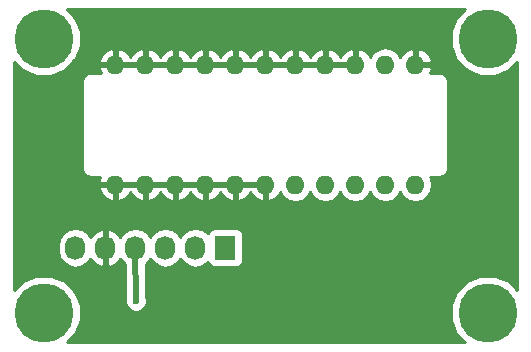
<source format=gbr>
G04 #@! TF.FileFunction,Copper,L2,Bot,Signal*
%FSLAX46Y46*%
G04 Gerber Fmt 4.6, Leading zero omitted, Abs format (unit mm)*
G04 Created by KiCad (PCBNEW 4.0.5+dfsg1-4) date Wed Oct 11 14:54:32 2017*
%MOMM*%
%LPD*%
G01*
G04 APERTURE LIST*
%ADD10C,0.100000*%
%ADD11O,1.600000X1.600000*%
%ADD12R,1.727200X2.032000*%
%ADD13O,1.727200X2.032000*%
%ADD14C,5.000000*%
%ADD15C,0.600000*%
%ADD16C,0.508000*%
%ADD17C,0.254000*%
G04 APERTURE END LIST*
D10*
D11*
X142240000Y-88646000D03*
X139700000Y-88646000D03*
X137160000Y-88646000D03*
X134620000Y-88646000D03*
X132080000Y-88646000D03*
X129540000Y-88646000D03*
X127000000Y-88646000D03*
X124460000Y-88646000D03*
X121920000Y-88646000D03*
X119380000Y-88646000D03*
X116840000Y-88646000D03*
X116840000Y-78486000D03*
X119380000Y-78486000D03*
X121920000Y-78486000D03*
X124460000Y-78486000D03*
X127000000Y-78486000D03*
X129540000Y-78486000D03*
X132080000Y-78486000D03*
X134620000Y-78486000D03*
X137160000Y-78486000D03*
X139700000Y-78486000D03*
X142240000Y-78486000D03*
D12*
X126164880Y-93997760D03*
D13*
X123624880Y-93997760D03*
X121084880Y-93997760D03*
X118544880Y-93997760D03*
X116004880Y-93997760D03*
X113464880Y-93997760D03*
D14*
X110764880Y-76297760D03*
X148364880Y-76297760D03*
X110764880Y-99497760D03*
X148364880Y-99497760D03*
D15*
X140564880Y-100697760D03*
X117564880Y-100797760D03*
X126664880Y-97497760D03*
X136939880Y-100797760D03*
X146164880Y-90947760D03*
X118589880Y-98497760D03*
D16*
X118589880Y-98497760D02*
X118544880Y-93997760D01*
D17*
G36*
X145708706Y-74519607D02*
X145230426Y-75671434D01*
X145229337Y-76918614D01*
X145705607Y-78071275D01*
X146586727Y-78953934D01*
X147738554Y-79432214D01*
X148985734Y-79433303D01*
X150138395Y-78957033D01*
X150854880Y-78241797D01*
X150854880Y-97554676D01*
X150143033Y-96841586D01*
X148991206Y-96363306D01*
X147744026Y-96362217D01*
X146591365Y-96838487D01*
X145708706Y-97719607D01*
X145230426Y-98871434D01*
X145229337Y-100118614D01*
X145705607Y-101271275D01*
X146420843Y-101987760D01*
X112707964Y-101987760D01*
X113421054Y-101275913D01*
X113899334Y-100124086D01*
X113900423Y-98876906D01*
X113424153Y-97724245D01*
X112543033Y-96841586D01*
X111391206Y-96363306D01*
X110144026Y-96362217D01*
X108991365Y-96838487D01*
X108274880Y-97553723D01*
X108274880Y-93813015D01*
X111966280Y-93813015D01*
X111966280Y-94182505D01*
X112080354Y-94755994D01*
X112405210Y-95242175D01*
X112891391Y-95567031D01*
X113464880Y-95681105D01*
X114038369Y-95567031D01*
X114524550Y-95242175D01*
X114731341Y-94932691D01*
X115102844Y-95348492D01*
X115630089Y-95602469D01*
X115645854Y-95605118D01*
X115877880Y-95483977D01*
X115877880Y-94124760D01*
X115857880Y-94124760D01*
X115857880Y-93870760D01*
X115877880Y-93870760D01*
X115877880Y-92511543D01*
X116131880Y-92511543D01*
X116131880Y-93870760D01*
X116151880Y-93870760D01*
X116151880Y-94124760D01*
X116131880Y-94124760D01*
X116131880Y-95483977D01*
X116363906Y-95605118D01*
X116379671Y-95602469D01*
X116906916Y-95348492D01*
X117278419Y-94932691D01*
X117485210Y-95242175D01*
X117669511Y-95365321D01*
X117697934Y-98207666D01*
X117655042Y-98310961D01*
X117654718Y-98682927D01*
X117796763Y-99026703D01*
X118059553Y-99289952D01*
X118403081Y-99432598D01*
X118775047Y-99432922D01*
X119118823Y-99290877D01*
X119382072Y-99028087D01*
X119524718Y-98684559D01*
X119525042Y-98312593D01*
X119475884Y-98193620D01*
X119447419Y-95347167D01*
X119604550Y-95242175D01*
X119814880Y-94927394D01*
X120025210Y-95242175D01*
X120511391Y-95567031D01*
X121084880Y-95681105D01*
X121658369Y-95567031D01*
X122144550Y-95242175D01*
X122354880Y-94927394D01*
X122565210Y-95242175D01*
X123051391Y-95567031D01*
X123624880Y-95681105D01*
X124198369Y-95567031D01*
X124684550Y-95242175D01*
X124694123Y-95227847D01*
X124698118Y-95249077D01*
X124837190Y-95465201D01*
X125049390Y-95610191D01*
X125301280Y-95661200D01*
X127028480Y-95661200D01*
X127263797Y-95616922D01*
X127479921Y-95477850D01*
X127624911Y-95265650D01*
X127675920Y-95013760D01*
X127675920Y-92981760D01*
X127631642Y-92746443D01*
X127492570Y-92530319D01*
X127280370Y-92385329D01*
X127028480Y-92334320D01*
X125301280Y-92334320D01*
X125065963Y-92378598D01*
X124849839Y-92517670D01*
X124704849Y-92729870D01*
X124696480Y-92771199D01*
X124684550Y-92753345D01*
X124198369Y-92428489D01*
X123624880Y-92314415D01*
X123051391Y-92428489D01*
X122565210Y-92753345D01*
X122354880Y-93068126D01*
X122144550Y-92753345D01*
X121658369Y-92428489D01*
X121084880Y-92314415D01*
X120511391Y-92428489D01*
X120025210Y-92753345D01*
X119814880Y-93068126D01*
X119604550Y-92753345D01*
X119118369Y-92428489D01*
X118544880Y-92314415D01*
X117971391Y-92428489D01*
X117485210Y-92753345D01*
X117278419Y-93062829D01*
X116906916Y-92647028D01*
X116379671Y-92393051D01*
X116363906Y-92390402D01*
X116131880Y-92511543D01*
X115877880Y-92511543D01*
X115645854Y-92390402D01*
X115630089Y-92393051D01*
X115102844Y-92647028D01*
X114731341Y-93062829D01*
X114524550Y-92753345D01*
X114038369Y-92428489D01*
X113464880Y-92314415D01*
X112891391Y-92428489D01*
X112405210Y-92753345D01*
X112080354Y-93239526D01*
X111966280Y-93813015D01*
X108274880Y-93813015D01*
X108274880Y-88995041D01*
X115448086Y-88995041D01*
X115687611Y-89501134D01*
X116102577Y-89877041D01*
X116490961Y-90037904D01*
X116713000Y-89915915D01*
X116713000Y-88773000D01*
X116967000Y-88773000D01*
X116967000Y-89915915D01*
X117189039Y-90037904D01*
X117577423Y-89877041D01*
X117992389Y-89501134D01*
X118110000Y-89252633D01*
X118227611Y-89501134D01*
X118642577Y-89877041D01*
X119030961Y-90037904D01*
X119253000Y-89915915D01*
X119253000Y-88773000D01*
X119507000Y-88773000D01*
X119507000Y-89915915D01*
X119729039Y-90037904D01*
X120117423Y-89877041D01*
X120532389Y-89501134D01*
X120650000Y-89252633D01*
X120767611Y-89501134D01*
X121182577Y-89877041D01*
X121570961Y-90037904D01*
X121793000Y-89915915D01*
X121793000Y-88773000D01*
X122047000Y-88773000D01*
X122047000Y-89915915D01*
X122269039Y-90037904D01*
X122657423Y-89877041D01*
X123072389Y-89501134D01*
X123190000Y-89252633D01*
X123307611Y-89501134D01*
X123722577Y-89877041D01*
X124110961Y-90037904D01*
X124333000Y-89915915D01*
X124333000Y-88773000D01*
X124587000Y-88773000D01*
X124587000Y-89915915D01*
X124809039Y-90037904D01*
X125197423Y-89877041D01*
X125612389Y-89501134D01*
X125730000Y-89252633D01*
X125847611Y-89501134D01*
X126262577Y-89877041D01*
X126650961Y-90037904D01*
X126873000Y-89915915D01*
X126873000Y-88773000D01*
X127127000Y-88773000D01*
X127127000Y-89915915D01*
X127349039Y-90037904D01*
X127737423Y-89877041D01*
X128152389Y-89501134D01*
X128270000Y-89252633D01*
X128387611Y-89501134D01*
X128802577Y-89877041D01*
X129190961Y-90037904D01*
X129413000Y-89915915D01*
X129413000Y-88773000D01*
X127127000Y-88773000D01*
X126873000Y-88773000D01*
X124587000Y-88773000D01*
X124333000Y-88773000D01*
X122047000Y-88773000D01*
X121793000Y-88773000D01*
X119507000Y-88773000D01*
X119253000Y-88773000D01*
X116967000Y-88773000D01*
X116713000Y-88773000D01*
X115569371Y-88773000D01*
X115448086Y-88995041D01*
X108274880Y-88995041D01*
X108274880Y-79897760D01*
X114054880Y-79897760D01*
X114054880Y-87297760D01*
X114108926Y-87569465D01*
X114262834Y-87799806D01*
X114493175Y-87953714D01*
X114764880Y-88007760D01*
X115584959Y-88007760D01*
X115448086Y-88296959D01*
X115569371Y-88519000D01*
X116713000Y-88519000D01*
X116713000Y-88499000D01*
X116967000Y-88499000D01*
X116967000Y-88519000D01*
X119253000Y-88519000D01*
X119253000Y-88499000D01*
X119507000Y-88499000D01*
X119507000Y-88519000D01*
X121793000Y-88519000D01*
X121793000Y-88499000D01*
X122047000Y-88499000D01*
X122047000Y-88519000D01*
X124333000Y-88519000D01*
X124333000Y-88499000D01*
X124587000Y-88499000D01*
X124587000Y-88519000D01*
X126873000Y-88519000D01*
X126873000Y-88499000D01*
X127127000Y-88499000D01*
X127127000Y-88519000D01*
X129413000Y-88519000D01*
X129413000Y-88499000D01*
X129667000Y-88499000D01*
X129667000Y-88519000D01*
X129687000Y-88519000D01*
X129687000Y-88773000D01*
X129667000Y-88773000D01*
X129667000Y-89915915D01*
X129889039Y-90037904D01*
X130277423Y-89877041D01*
X130692389Y-89501134D01*
X130795014Y-89284297D01*
X131065302Y-89688811D01*
X131530849Y-89999880D01*
X132080000Y-90109113D01*
X132629151Y-89999880D01*
X133094698Y-89688811D01*
X133350000Y-89306725D01*
X133605302Y-89688811D01*
X134070849Y-89999880D01*
X134620000Y-90109113D01*
X135169151Y-89999880D01*
X135634698Y-89688811D01*
X135890000Y-89306725D01*
X136145302Y-89688811D01*
X136610849Y-89999880D01*
X137160000Y-90109113D01*
X137709151Y-89999880D01*
X138174698Y-89688811D01*
X138430000Y-89306725D01*
X138685302Y-89688811D01*
X139150849Y-89999880D01*
X139700000Y-90109113D01*
X140249151Y-89999880D01*
X140714698Y-89688811D01*
X140970000Y-89306725D01*
X141225302Y-89688811D01*
X141690849Y-89999880D01*
X142240000Y-90109113D01*
X142789151Y-89999880D01*
X143254698Y-89688811D01*
X143565767Y-89223264D01*
X143675000Y-88674113D01*
X143675000Y-88617887D01*
X143565767Y-88068736D01*
X143525024Y-88007760D01*
X144264880Y-88007760D01*
X144536585Y-87953714D01*
X144766926Y-87799806D01*
X144920834Y-87569465D01*
X144974880Y-87297760D01*
X144974880Y-79897760D01*
X144920834Y-79626055D01*
X144766926Y-79395714D01*
X144536585Y-79241806D01*
X144264880Y-79187760D01*
X143464978Y-79187760D01*
X143631914Y-78835041D01*
X143510629Y-78613000D01*
X142367000Y-78613000D01*
X142367000Y-78633000D01*
X142113000Y-78633000D01*
X142113000Y-78613000D01*
X142093000Y-78613000D01*
X142093000Y-78359000D01*
X142113000Y-78359000D01*
X142113000Y-77216085D01*
X142367000Y-77216085D01*
X142367000Y-78359000D01*
X143510629Y-78359000D01*
X143631914Y-78136959D01*
X143392389Y-77630866D01*
X142977423Y-77254959D01*
X142589039Y-77094096D01*
X142367000Y-77216085D01*
X142113000Y-77216085D01*
X141890961Y-77094096D01*
X141502577Y-77254959D01*
X141087611Y-77630866D01*
X140984986Y-77847703D01*
X140714698Y-77443189D01*
X140249151Y-77132120D01*
X139700000Y-77022887D01*
X139150849Y-77132120D01*
X138685302Y-77443189D01*
X138415014Y-77847703D01*
X138312389Y-77630866D01*
X137897423Y-77254959D01*
X137509039Y-77094096D01*
X137287000Y-77216085D01*
X137287000Y-78359000D01*
X137307000Y-78359000D01*
X137307000Y-78613000D01*
X137287000Y-78613000D01*
X137287000Y-78633000D01*
X137033000Y-78633000D01*
X137033000Y-78613000D01*
X134747000Y-78613000D01*
X134747000Y-78633000D01*
X134493000Y-78633000D01*
X134493000Y-78613000D01*
X132207000Y-78613000D01*
X132207000Y-78633000D01*
X131953000Y-78633000D01*
X131953000Y-78613000D01*
X129667000Y-78613000D01*
X129667000Y-78633000D01*
X129413000Y-78633000D01*
X129413000Y-78613000D01*
X127127000Y-78613000D01*
X127127000Y-78633000D01*
X126873000Y-78633000D01*
X126873000Y-78613000D01*
X124587000Y-78613000D01*
X124587000Y-78633000D01*
X124333000Y-78633000D01*
X124333000Y-78613000D01*
X122047000Y-78613000D01*
X122047000Y-78633000D01*
X121793000Y-78633000D01*
X121793000Y-78613000D01*
X119507000Y-78613000D01*
X119507000Y-78633000D01*
X119253000Y-78633000D01*
X119253000Y-78613000D01*
X116967000Y-78613000D01*
X116967000Y-78633000D01*
X116713000Y-78633000D01*
X116713000Y-78613000D01*
X115569371Y-78613000D01*
X115448086Y-78835041D01*
X115615022Y-79187760D01*
X114764880Y-79187760D01*
X114493175Y-79241806D01*
X114262834Y-79395714D01*
X114108926Y-79626055D01*
X114054880Y-79897760D01*
X108274880Y-79897760D01*
X108274880Y-78240844D01*
X108986727Y-78953934D01*
X110138554Y-79432214D01*
X111385734Y-79433303D01*
X112538395Y-78957033D01*
X113359901Y-78136959D01*
X115448086Y-78136959D01*
X115569371Y-78359000D01*
X116713000Y-78359000D01*
X116713000Y-77216085D01*
X116967000Y-77216085D01*
X116967000Y-78359000D01*
X119253000Y-78359000D01*
X119253000Y-77216085D01*
X119507000Y-77216085D01*
X119507000Y-78359000D01*
X121793000Y-78359000D01*
X121793000Y-77216085D01*
X122047000Y-77216085D01*
X122047000Y-78359000D01*
X124333000Y-78359000D01*
X124333000Y-77216085D01*
X124587000Y-77216085D01*
X124587000Y-78359000D01*
X126873000Y-78359000D01*
X126873000Y-77216085D01*
X127127000Y-77216085D01*
X127127000Y-78359000D01*
X129413000Y-78359000D01*
X129413000Y-77216085D01*
X129667000Y-77216085D01*
X129667000Y-78359000D01*
X131953000Y-78359000D01*
X131953000Y-77216085D01*
X132207000Y-77216085D01*
X132207000Y-78359000D01*
X134493000Y-78359000D01*
X134493000Y-77216085D01*
X134747000Y-77216085D01*
X134747000Y-78359000D01*
X137033000Y-78359000D01*
X137033000Y-77216085D01*
X136810961Y-77094096D01*
X136422577Y-77254959D01*
X136007611Y-77630866D01*
X135890000Y-77879367D01*
X135772389Y-77630866D01*
X135357423Y-77254959D01*
X134969039Y-77094096D01*
X134747000Y-77216085D01*
X134493000Y-77216085D01*
X134270961Y-77094096D01*
X133882577Y-77254959D01*
X133467611Y-77630866D01*
X133350000Y-77879367D01*
X133232389Y-77630866D01*
X132817423Y-77254959D01*
X132429039Y-77094096D01*
X132207000Y-77216085D01*
X131953000Y-77216085D01*
X131730961Y-77094096D01*
X131342577Y-77254959D01*
X130927611Y-77630866D01*
X130810000Y-77879367D01*
X130692389Y-77630866D01*
X130277423Y-77254959D01*
X129889039Y-77094096D01*
X129667000Y-77216085D01*
X129413000Y-77216085D01*
X129190961Y-77094096D01*
X128802577Y-77254959D01*
X128387611Y-77630866D01*
X128270000Y-77879367D01*
X128152389Y-77630866D01*
X127737423Y-77254959D01*
X127349039Y-77094096D01*
X127127000Y-77216085D01*
X126873000Y-77216085D01*
X126650961Y-77094096D01*
X126262577Y-77254959D01*
X125847611Y-77630866D01*
X125730000Y-77879367D01*
X125612389Y-77630866D01*
X125197423Y-77254959D01*
X124809039Y-77094096D01*
X124587000Y-77216085D01*
X124333000Y-77216085D01*
X124110961Y-77094096D01*
X123722577Y-77254959D01*
X123307611Y-77630866D01*
X123190000Y-77879367D01*
X123072389Y-77630866D01*
X122657423Y-77254959D01*
X122269039Y-77094096D01*
X122047000Y-77216085D01*
X121793000Y-77216085D01*
X121570961Y-77094096D01*
X121182577Y-77254959D01*
X120767611Y-77630866D01*
X120650000Y-77879367D01*
X120532389Y-77630866D01*
X120117423Y-77254959D01*
X119729039Y-77094096D01*
X119507000Y-77216085D01*
X119253000Y-77216085D01*
X119030961Y-77094096D01*
X118642577Y-77254959D01*
X118227611Y-77630866D01*
X118110000Y-77879367D01*
X117992389Y-77630866D01*
X117577423Y-77254959D01*
X117189039Y-77094096D01*
X116967000Y-77216085D01*
X116713000Y-77216085D01*
X116490961Y-77094096D01*
X116102577Y-77254959D01*
X115687611Y-77630866D01*
X115448086Y-78136959D01*
X113359901Y-78136959D01*
X113421054Y-78075913D01*
X113899334Y-76924086D01*
X113900423Y-75676906D01*
X113424153Y-74524245D01*
X112708917Y-73807760D01*
X146421796Y-73807760D01*
X145708706Y-74519607D01*
X145708706Y-74519607D01*
G37*
X145708706Y-74519607D02*
X145230426Y-75671434D01*
X145229337Y-76918614D01*
X145705607Y-78071275D01*
X146586727Y-78953934D01*
X147738554Y-79432214D01*
X148985734Y-79433303D01*
X150138395Y-78957033D01*
X150854880Y-78241797D01*
X150854880Y-97554676D01*
X150143033Y-96841586D01*
X148991206Y-96363306D01*
X147744026Y-96362217D01*
X146591365Y-96838487D01*
X145708706Y-97719607D01*
X145230426Y-98871434D01*
X145229337Y-100118614D01*
X145705607Y-101271275D01*
X146420843Y-101987760D01*
X112707964Y-101987760D01*
X113421054Y-101275913D01*
X113899334Y-100124086D01*
X113900423Y-98876906D01*
X113424153Y-97724245D01*
X112543033Y-96841586D01*
X111391206Y-96363306D01*
X110144026Y-96362217D01*
X108991365Y-96838487D01*
X108274880Y-97553723D01*
X108274880Y-93813015D01*
X111966280Y-93813015D01*
X111966280Y-94182505D01*
X112080354Y-94755994D01*
X112405210Y-95242175D01*
X112891391Y-95567031D01*
X113464880Y-95681105D01*
X114038369Y-95567031D01*
X114524550Y-95242175D01*
X114731341Y-94932691D01*
X115102844Y-95348492D01*
X115630089Y-95602469D01*
X115645854Y-95605118D01*
X115877880Y-95483977D01*
X115877880Y-94124760D01*
X115857880Y-94124760D01*
X115857880Y-93870760D01*
X115877880Y-93870760D01*
X115877880Y-92511543D01*
X116131880Y-92511543D01*
X116131880Y-93870760D01*
X116151880Y-93870760D01*
X116151880Y-94124760D01*
X116131880Y-94124760D01*
X116131880Y-95483977D01*
X116363906Y-95605118D01*
X116379671Y-95602469D01*
X116906916Y-95348492D01*
X117278419Y-94932691D01*
X117485210Y-95242175D01*
X117669511Y-95365321D01*
X117697934Y-98207666D01*
X117655042Y-98310961D01*
X117654718Y-98682927D01*
X117796763Y-99026703D01*
X118059553Y-99289952D01*
X118403081Y-99432598D01*
X118775047Y-99432922D01*
X119118823Y-99290877D01*
X119382072Y-99028087D01*
X119524718Y-98684559D01*
X119525042Y-98312593D01*
X119475884Y-98193620D01*
X119447419Y-95347167D01*
X119604550Y-95242175D01*
X119814880Y-94927394D01*
X120025210Y-95242175D01*
X120511391Y-95567031D01*
X121084880Y-95681105D01*
X121658369Y-95567031D01*
X122144550Y-95242175D01*
X122354880Y-94927394D01*
X122565210Y-95242175D01*
X123051391Y-95567031D01*
X123624880Y-95681105D01*
X124198369Y-95567031D01*
X124684550Y-95242175D01*
X124694123Y-95227847D01*
X124698118Y-95249077D01*
X124837190Y-95465201D01*
X125049390Y-95610191D01*
X125301280Y-95661200D01*
X127028480Y-95661200D01*
X127263797Y-95616922D01*
X127479921Y-95477850D01*
X127624911Y-95265650D01*
X127675920Y-95013760D01*
X127675920Y-92981760D01*
X127631642Y-92746443D01*
X127492570Y-92530319D01*
X127280370Y-92385329D01*
X127028480Y-92334320D01*
X125301280Y-92334320D01*
X125065963Y-92378598D01*
X124849839Y-92517670D01*
X124704849Y-92729870D01*
X124696480Y-92771199D01*
X124684550Y-92753345D01*
X124198369Y-92428489D01*
X123624880Y-92314415D01*
X123051391Y-92428489D01*
X122565210Y-92753345D01*
X122354880Y-93068126D01*
X122144550Y-92753345D01*
X121658369Y-92428489D01*
X121084880Y-92314415D01*
X120511391Y-92428489D01*
X120025210Y-92753345D01*
X119814880Y-93068126D01*
X119604550Y-92753345D01*
X119118369Y-92428489D01*
X118544880Y-92314415D01*
X117971391Y-92428489D01*
X117485210Y-92753345D01*
X117278419Y-93062829D01*
X116906916Y-92647028D01*
X116379671Y-92393051D01*
X116363906Y-92390402D01*
X116131880Y-92511543D01*
X115877880Y-92511543D01*
X115645854Y-92390402D01*
X115630089Y-92393051D01*
X115102844Y-92647028D01*
X114731341Y-93062829D01*
X114524550Y-92753345D01*
X114038369Y-92428489D01*
X113464880Y-92314415D01*
X112891391Y-92428489D01*
X112405210Y-92753345D01*
X112080354Y-93239526D01*
X111966280Y-93813015D01*
X108274880Y-93813015D01*
X108274880Y-88995041D01*
X115448086Y-88995041D01*
X115687611Y-89501134D01*
X116102577Y-89877041D01*
X116490961Y-90037904D01*
X116713000Y-89915915D01*
X116713000Y-88773000D01*
X116967000Y-88773000D01*
X116967000Y-89915915D01*
X117189039Y-90037904D01*
X117577423Y-89877041D01*
X117992389Y-89501134D01*
X118110000Y-89252633D01*
X118227611Y-89501134D01*
X118642577Y-89877041D01*
X119030961Y-90037904D01*
X119253000Y-89915915D01*
X119253000Y-88773000D01*
X119507000Y-88773000D01*
X119507000Y-89915915D01*
X119729039Y-90037904D01*
X120117423Y-89877041D01*
X120532389Y-89501134D01*
X120650000Y-89252633D01*
X120767611Y-89501134D01*
X121182577Y-89877041D01*
X121570961Y-90037904D01*
X121793000Y-89915915D01*
X121793000Y-88773000D01*
X122047000Y-88773000D01*
X122047000Y-89915915D01*
X122269039Y-90037904D01*
X122657423Y-89877041D01*
X123072389Y-89501134D01*
X123190000Y-89252633D01*
X123307611Y-89501134D01*
X123722577Y-89877041D01*
X124110961Y-90037904D01*
X124333000Y-89915915D01*
X124333000Y-88773000D01*
X124587000Y-88773000D01*
X124587000Y-89915915D01*
X124809039Y-90037904D01*
X125197423Y-89877041D01*
X125612389Y-89501134D01*
X125730000Y-89252633D01*
X125847611Y-89501134D01*
X126262577Y-89877041D01*
X126650961Y-90037904D01*
X126873000Y-89915915D01*
X126873000Y-88773000D01*
X127127000Y-88773000D01*
X127127000Y-89915915D01*
X127349039Y-90037904D01*
X127737423Y-89877041D01*
X128152389Y-89501134D01*
X128270000Y-89252633D01*
X128387611Y-89501134D01*
X128802577Y-89877041D01*
X129190961Y-90037904D01*
X129413000Y-89915915D01*
X129413000Y-88773000D01*
X127127000Y-88773000D01*
X126873000Y-88773000D01*
X124587000Y-88773000D01*
X124333000Y-88773000D01*
X122047000Y-88773000D01*
X121793000Y-88773000D01*
X119507000Y-88773000D01*
X119253000Y-88773000D01*
X116967000Y-88773000D01*
X116713000Y-88773000D01*
X115569371Y-88773000D01*
X115448086Y-88995041D01*
X108274880Y-88995041D01*
X108274880Y-79897760D01*
X114054880Y-79897760D01*
X114054880Y-87297760D01*
X114108926Y-87569465D01*
X114262834Y-87799806D01*
X114493175Y-87953714D01*
X114764880Y-88007760D01*
X115584959Y-88007760D01*
X115448086Y-88296959D01*
X115569371Y-88519000D01*
X116713000Y-88519000D01*
X116713000Y-88499000D01*
X116967000Y-88499000D01*
X116967000Y-88519000D01*
X119253000Y-88519000D01*
X119253000Y-88499000D01*
X119507000Y-88499000D01*
X119507000Y-88519000D01*
X121793000Y-88519000D01*
X121793000Y-88499000D01*
X122047000Y-88499000D01*
X122047000Y-88519000D01*
X124333000Y-88519000D01*
X124333000Y-88499000D01*
X124587000Y-88499000D01*
X124587000Y-88519000D01*
X126873000Y-88519000D01*
X126873000Y-88499000D01*
X127127000Y-88499000D01*
X127127000Y-88519000D01*
X129413000Y-88519000D01*
X129413000Y-88499000D01*
X129667000Y-88499000D01*
X129667000Y-88519000D01*
X129687000Y-88519000D01*
X129687000Y-88773000D01*
X129667000Y-88773000D01*
X129667000Y-89915915D01*
X129889039Y-90037904D01*
X130277423Y-89877041D01*
X130692389Y-89501134D01*
X130795014Y-89284297D01*
X131065302Y-89688811D01*
X131530849Y-89999880D01*
X132080000Y-90109113D01*
X132629151Y-89999880D01*
X133094698Y-89688811D01*
X133350000Y-89306725D01*
X133605302Y-89688811D01*
X134070849Y-89999880D01*
X134620000Y-90109113D01*
X135169151Y-89999880D01*
X135634698Y-89688811D01*
X135890000Y-89306725D01*
X136145302Y-89688811D01*
X136610849Y-89999880D01*
X137160000Y-90109113D01*
X137709151Y-89999880D01*
X138174698Y-89688811D01*
X138430000Y-89306725D01*
X138685302Y-89688811D01*
X139150849Y-89999880D01*
X139700000Y-90109113D01*
X140249151Y-89999880D01*
X140714698Y-89688811D01*
X140970000Y-89306725D01*
X141225302Y-89688811D01*
X141690849Y-89999880D01*
X142240000Y-90109113D01*
X142789151Y-89999880D01*
X143254698Y-89688811D01*
X143565767Y-89223264D01*
X143675000Y-88674113D01*
X143675000Y-88617887D01*
X143565767Y-88068736D01*
X143525024Y-88007760D01*
X144264880Y-88007760D01*
X144536585Y-87953714D01*
X144766926Y-87799806D01*
X144920834Y-87569465D01*
X144974880Y-87297760D01*
X144974880Y-79897760D01*
X144920834Y-79626055D01*
X144766926Y-79395714D01*
X144536585Y-79241806D01*
X144264880Y-79187760D01*
X143464978Y-79187760D01*
X143631914Y-78835041D01*
X143510629Y-78613000D01*
X142367000Y-78613000D01*
X142367000Y-78633000D01*
X142113000Y-78633000D01*
X142113000Y-78613000D01*
X142093000Y-78613000D01*
X142093000Y-78359000D01*
X142113000Y-78359000D01*
X142113000Y-77216085D01*
X142367000Y-77216085D01*
X142367000Y-78359000D01*
X143510629Y-78359000D01*
X143631914Y-78136959D01*
X143392389Y-77630866D01*
X142977423Y-77254959D01*
X142589039Y-77094096D01*
X142367000Y-77216085D01*
X142113000Y-77216085D01*
X141890961Y-77094096D01*
X141502577Y-77254959D01*
X141087611Y-77630866D01*
X140984986Y-77847703D01*
X140714698Y-77443189D01*
X140249151Y-77132120D01*
X139700000Y-77022887D01*
X139150849Y-77132120D01*
X138685302Y-77443189D01*
X138415014Y-77847703D01*
X138312389Y-77630866D01*
X137897423Y-77254959D01*
X137509039Y-77094096D01*
X137287000Y-77216085D01*
X137287000Y-78359000D01*
X137307000Y-78359000D01*
X137307000Y-78613000D01*
X137287000Y-78613000D01*
X137287000Y-78633000D01*
X137033000Y-78633000D01*
X137033000Y-78613000D01*
X134747000Y-78613000D01*
X134747000Y-78633000D01*
X134493000Y-78633000D01*
X134493000Y-78613000D01*
X132207000Y-78613000D01*
X132207000Y-78633000D01*
X131953000Y-78633000D01*
X131953000Y-78613000D01*
X129667000Y-78613000D01*
X129667000Y-78633000D01*
X129413000Y-78633000D01*
X129413000Y-78613000D01*
X127127000Y-78613000D01*
X127127000Y-78633000D01*
X126873000Y-78633000D01*
X126873000Y-78613000D01*
X124587000Y-78613000D01*
X124587000Y-78633000D01*
X124333000Y-78633000D01*
X124333000Y-78613000D01*
X122047000Y-78613000D01*
X122047000Y-78633000D01*
X121793000Y-78633000D01*
X121793000Y-78613000D01*
X119507000Y-78613000D01*
X119507000Y-78633000D01*
X119253000Y-78633000D01*
X119253000Y-78613000D01*
X116967000Y-78613000D01*
X116967000Y-78633000D01*
X116713000Y-78633000D01*
X116713000Y-78613000D01*
X115569371Y-78613000D01*
X115448086Y-78835041D01*
X115615022Y-79187760D01*
X114764880Y-79187760D01*
X114493175Y-79241806D01*
X114262834Y-79395714D01*
X114108926Y-79626055D01*
X114054880Y-79897760D01*
X108274880Y-79897760D01*
X108274880Y-78240844D01*
X108986727Y-78953934D01*
X110138554Y-79432214D01*
X111385734Y-79433303D01*
X112538395Y-78957033D01*
X113359901Y-78136959D01*
X115448086Y-78136959D01*
X115569371Y-78359000D01*
X116713000Y-78359000D01*
X116713000Y-77216085D01*
X116967000Y-77216085D01*
X116967000Y-78359000D01*
X119253000Y-78359000D01*
X119253000Y-77216085D01*
X119507000Y-77216085D01*
X119507000Y-78359000D01*
X121793000Y-78359000D01*
X121793000Y-77216085D01*
X122047000Y-77216085D01*
X122047000Y-78359000D01*
X124333000Y-78359000D01*
X124333000Y-77216085D01*
X124587000Y-77216085D01*
X124587000Y-78359000D01*
X126873000Y-78359000D01*
X126873000Y-77216085D01*
X127127000Y-77216085D01*
X127127000Y-78359000D01*
X129413000Y-78359000D01*
X129413000Y-77216085D01*
X129667000Y-77216085D01*
X129667000Y-78359000D01*
X131953000Y-78359000D01*
X131953000Y-77216085D01*
X132207000Y-77216085D01*
X132207000Y-78359000D01*
X134493000Y-78359000D01*
X134493000Y-77216085D01*
X134747000Y-77216085D01*
X134747000Y-78359000D01*
X137033000Y-78359000D01*
X137033000Y-77216085D01*
X136810961Y-77094096D01*
X136422577Y-77254959D01*
X136007611Y-77630866D01*
X135890000Y-77879367D01*
X135772389Y-77630866D01*
X135357423Y-77254959D01*
X134969039Y-77094096D01*
X134747000Y-77216085D01*
X134493000Y-77216085D01*
X134270961Y-77094096D01*
X133882577Y-77254959D01*
X133467611Y-77630866D01*
X133350000Y-77879367D01*
X133232389Y-77630866D01*
X132817423Y-77254959D01*
X132429039Y-77094096D01*
X132207000Y-77216085D01*
X131953000Y-77216085D01*
X131730961Y-77094096D01*
X131342577Y-77254959D01*
X130927611Y-77630866D01*
X130810000Y-77879367D01*
X130692389Y-77630866D01*
X130277423Y-77254959D01*
X129889039Y-77094096D01*
X129667000Y-77216085D01*
X129413000Y-77216085D01*
X129190961Y-77094096D01*
X128802577Y-77254959D01*
X128387611Y-77630866D01*
X128270000Y-77879367D01*
X128152389Y-77630866D01*
X127737423Y-77254959D01*
X127349039Y-77094096D01*
X127127000Y-77216085D01*
X126873000Y-77216085D01*
X126650961Y-77094096D01*
X126262577Y-77254959D01*
X125847611Y-77630866D01*
X125730000Y-77879367D01*
X125612389Y-77630866D01*
X125197423Y-77254959D01*
X124809039Y-77094096D01*
X124587000Y-77216085D01*
X124333000Y-77216085D01*
X124110961Y-77094096D01*
X123722577Y-77254959D01*
X123307611Y-77630866D01*
X123190000Y-77879367D01*
X123072389Y-77630866D01*
X122657423Y-77254959D01*
X122269039Y-77094096D01*
X122047000Y-77216085D01*
X121793000Y-77216085D01*
X121570961Y-77094096D01*
X121182577Y-77254959D01*
X120767611Y-77630866D01*
X120650000Y-77879367D01*
X120532389Y-77630866D01*
X120117423Y-77254959D01*
X119729039Y-77094096D01*
X119507000Y-77216085D01*
X119253000Y-77216085D01*
X119030961Y-77094096D01*
X118642577Y-77254959D01*
X118227611Y-77630866D01*
X118110000Y-77879367D01*
X117992389Y-77630866D01*
X117577423Y-77254959D01*
X117189039Y-77094096D01*
X116967000Y-77216085D01*
X116713000Y-77216085D01*
X116490961Y-77094096D01*
X116102577Y-77254959D01*
X115687611Y-77630866D01*
X115448086Y-78136959D01*
X113359901Y-78136959D01*
X113421054Y-78075913D01*
X113899334Y-76924086D01*
X113900423Y-75676906D01*
X113424153Y-74524245D01*
X112708917Y-73807760D01*
X146421796Y-73807760D01*
X145708706Y-74519607D01*
M02*

</source>
